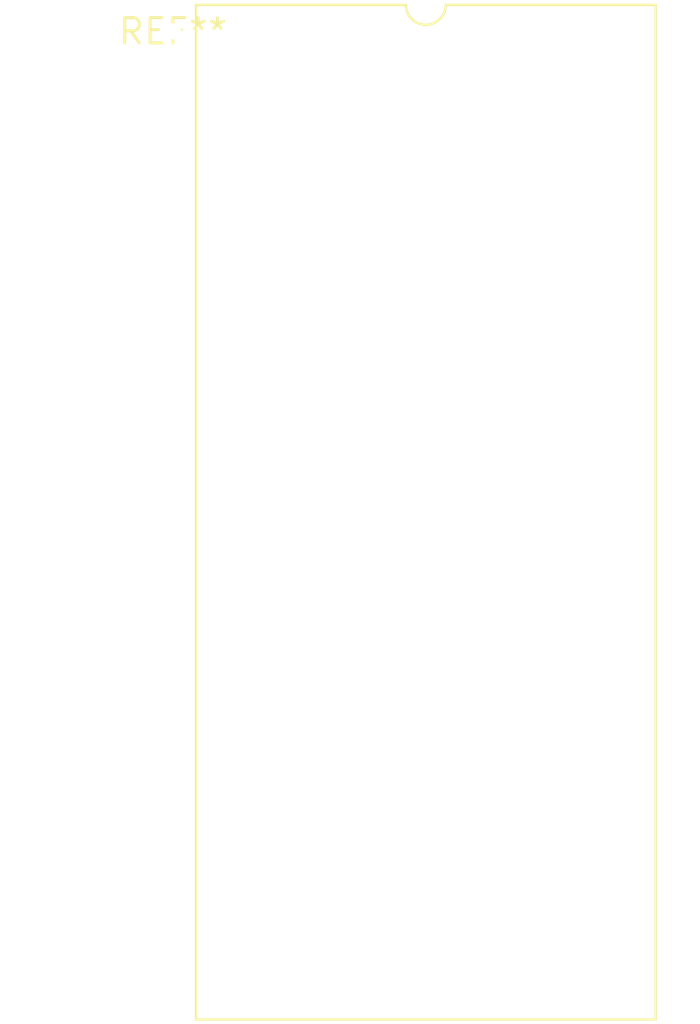
<source format=kicad_pcb>
(kicad_pcb (version 20240108) (generator pcbnew)
  (layers (0 "F.Cu" signal) (31 "B.Cu" signal) (34 "B.Paste" user) (35 "F.Paste" user) (36 "B.SilkS" user "B.Silkscreen") (37 "F.SilkS" user "F.Silkscreen") (38 "B.Mask" user) (39 "F.Mask" user) (44 "Edge.Cuts" user))
  (net 0 "")
  (footprint "DIP-40_W25.4mm" (layer "F.Cu") (at 0 0)
    (property "Reference" "REF**")
    (property "Value" "DIP-40_W25.4mm")
    (fp_line (start 1.16 -1.33) (end 1.16 49.59) (layer "F.SilkS") (stroke (width 0.12)))
    (fp_line (start 1.16 49.59) (end 24.24 49.59) (layer "F.SilkS") (stroke (width 0.12)))
    (fp_line (start 11.7 -1.33) (end 1.16 -1.33) (layer "F.SilkS") (stroke (width 0.12)))
    (fp_line (start 24.24 -1.33) (end 13.7 -1.33) (layer "F.SilkS") (stroke (width 0.12)))
    (fp_line (start 24.24 49.59) (end 24.24 -1.33) (layer "F.SilkS") (stroke (width 0.12)))
    (fp_arc (start 13.7 -1.33) (mid 12.7 -0.33) (end 11.7 -1.33) (layer "F.SilkS") (stroke (width 0.12)))
    (pad "1" thru_hole rect (at 0 0) (size 1.6 1.6) (drill 0.8) (layers *.Cu *.Mask) (remove_unused_layers))
    (pad "2" thru_hole oval (at 0 2.54) (size 1.6 1.6) (drill 0.8) (layers *.Cu *.Mask) (remove_unused_layers))
    (pad "3" thru_hole oval (at 0 5.08) (size 1.6 1.6) (drill 0.8) (layers *.Cu *.Mask) (remove_unused_layers))
    (pad "4" thru_hole oval (at 0 7.62) (size 1.6 1.6) (drill 0.8) (layers *.Cu *.Mask) (remove_unused_layers))
    (pad "5" thru_hole oval (at 0 10.16) (size 1.6 1.6) (drill 0.8) (layers *.Cu *.Mask) (remove_unused_layers))
    (pad "6" thru_hole oval (at 0 12.7) (size 1.6 1.6) (drill 0.8) (layers *.Cu *.Mask) (remove_unused_layers))
    (pad "7" thru_hole oval (at 0 15.24) (size 1.6 1.6) (drill 0.8) (layers *.Cu *.Mask) (remove_unused_layers))
    (pad "8" thru_hole oval (at 0 17.78) (size 1.6 1.6) (drill 0.8) (layers *.Cu *.Mask) (remove_unused_layers))
    (pad "9" thru_hole oval (at 0 20.32) (size 1.6 1.6) (drill 0.8) (layers *.Cu *.Mask) (remove_unused_layers))
    (pad "10" thru_hole oval (at 0 22.86) (size 1.6 1.6) (drill 0.8) (layers *.Cu *.Mask) (remove_unused_layers))
    (pad "11" thru_hole oval (at 0 25.4) (size 1.6 1.6) (drill 0.8) (layers *.Cu *.Mask) (remove_unused_layers))
    (pad "12" thru_hole oval (at 0 27.94) (size 1.6 1.6) (drill 0.8) (layers *.Cu *.Mask) (remove_unused_layers))
    (pad "13" thru_hole oval (at 0 30.48) (size 1.6 1.6) (drill 0.8) (layers *.Cu *.Mask) (remove_unused_layers))
    (pad "14" thru_hole oval (at 0 33.02) (size 1.6 1.6) (drill 0.8) (layers *.Cu *.Mask) (remove_unused_layers))
    (pad "15" thru_hole oval (at 0 35.56) (size 1.6 1.6) (drill 0.8) (layers *.Cu *.Mask) (remove_unused_layers))
    (pad "16" thru_hole oval (at 0 38.1) (size 1.6 1.6) (drill 0.8) (layers *.Cu *.Mask) (remove_unused_layers))
    (pad "17" thru_hole oval (at 0 40.64) (size 1.6 1.6) (drill 0.8) (layers *.Cu *.Mask) (remove_unused_layers))
    (pad "18" thru_hole oval (at 0 43.18) (size 1.6 1.6) (drill 0.8) (layers *.Cu *.Mask) (remove_unused_layers))
    (pad "19" thru_hole oval (at 0 45.72) (size 1.6 1.6) (drill 0.8) (layers *.Cu *.Mask) (remove_unused_layers))
    (pad "20" thru_hole oval (at 0 48.26) (size 1.6 1.6) (drill 0.8) (layers *.Cu *.Mask) (remove_unused_layers))
    (pad "21" thru_hole oval (at 25.4 48.26) (size 1.6 1.6) (drill 0.8) (layers *.Cu *.Mask) (remove_unused_layers))
    (pad "22" thru_hole oval (at 25.4 45.72) (size 1.6 1.6) (drill 0.8) (layers *.Cu *.Mask) (remove_unused_layers))
    (pad "23" thru_hole oval (at 25.4 43.18) (size 1.6 1.6) (drill 0.8) (layers *.Cu *.Mask) (remove_unused_layers))
    (pad "24" thru_hole oval (at 25.4 40.64) (size 1.6 1.6) (drill 0.8) (layers *.Cu *.Mask) (remove_unused_layers))
    (pad "25" thru_hole oval (at 25.4 38.1) (size 1.6 1.6) (drill 0.8) (layers *.Cu *.Mask) (remove_unused_layers))
    (pad "26" thru_hole oval (at 25.4 35.56) (size 1.6 1.6) (drill 0.8) (layers *.Cu *.Mask) (remove_unused_layers))
    (pad "27" thru_hole oval (at 25.4 33.02) (size 1.6 1.6) (drill 0.8) (layers *.Cu *.Mask) (remove_unused_layers))
    (pad "28" thru_hole oval (at 25.4 30.48) (size 1.6 1.6) (drill 0.8) (layers *.Cu *.Mask) (remove_unused_layers))
    (pad "29" thru_hole oval (at 25.4 27.94) (size 1.6 1.6) (drill 0.8) (layers *.Cu *.Mask) (remove_unused_layers))
    (pad "30" thru_hole oval (at 25.4 25.4) (size 1.6 1.6) (drill 0.8) (layers *.Cu *.Mask) (remove_unused_layers))
    (pad "31" thru_hole oval (at 25.4 22.86) (size 1.6 1.6) (drill 0.8) (layers *.Cu *.Mask) (remove_unused_layers))
    (pad "32" thru_hole oval (at 25.4 20.32) (size 1.6 1.6) (drill 0.8) (layers *.Cu *.Mask) (remove_unused_layers))
    (pad "33" thru_hole oval (at 25.4 17.78) (size 1.6 1.6) (drill 0.8) (layers *.Cu *.Mask) (remove_unused_layers))
    (pad "34" thru_hole oval (at 25.4 15.24) (size 1.6 1.6) (drill 0.8) (layers *.Cu *.Mask) (remove_unused_layers))
    (pad "35" thru_hole oval (at 25.4 12.7) (size 1.6 1.6) (drill 0.8) (layers *.Cu *.Mask) (remove_unused_layers))
    (pad "36" thru_hole oval (at 25.4 10.16) (size 1.6 1.6) (drill 0.8) (layers *.Cu *.Mask) (remove_unused_layers))
    (pad "37" thru_hole oval (at 25.4 7.62) (size 1.6 1.6) (drill 0.8) (layers *.Cu *.Mask) (remove_unused_layers))
    (pad "38" thru_hole oval (at 25.4 5.08) (size 1.6 1.6) (drill 0.8) (layers *.Cu *.Mask) (remove_unused_layers))
    (pad "39" thru_hole oval (at 25.4 2.54) (size 1.6 1.6) (drill 0.8) (layers *.Cu *.Mask) (remove_unused_layers))
    (pad "40" thru_hole oval (at 25.4 0) (size 1.6 1.6) (drill 0.8) (layers *.Cu *.Mask) (remove_unused_layers))
  )
)
</source>
